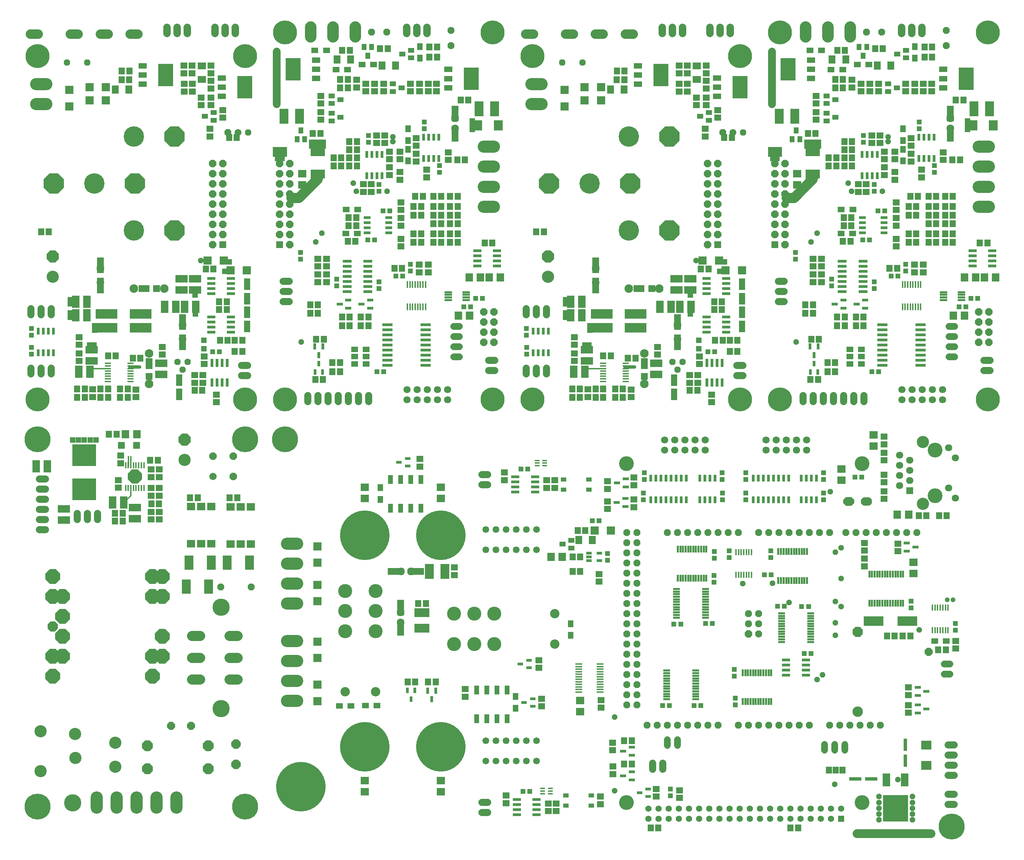
<source format=gts>
G75*
G70*
%OFA0B0*%
%FSLAX24Y24*%
%IPPOS*%
%LPD*%
%AMOC8*
5,1,8,0,0,1.08239X$1,22.5*
%
%ADD10C,0.0120*%
%ADD11C,0.0320*%
%ADD12C,0.0140*%
%ADD13C,0.1000*%
%ADD14C,0.0760*%
%ADD15C,0.0860*%
%ADD16C,0.1200*%
%ADD17R,0.2126X0.0945*%
%ADD18R,0.0756X0.1189*%
%ADD19R,0.0618X0.0618*%
%ADD20R,0.0661X0.1528*%
%ADD21OC8,0.0756*%
%ADD22C,0.0756*%
%ADD23C,0.0921*%
%ADD24R,0.0693X0.0614*%
%ADD25R,0.0630X0.0472*%
%ADD26R,0.1189X0.0756*%
%ADD27R,0.0824X0.0264*%
%ADD28OC8,0.0624*%
%ADD29R,0.0614X0.0693*%
%ADD30R,0.0843X0.0803*%
%ADD31R,0.0819X0.0661*%
%ADD32R,0.0661X0.0819*%
%ADD33R,0.0803X0.0843*%
%ADD34OC8,0.0840*%
%ADD35OC8,0.0780*%
%ADD36C,0.0712*%
%ADD37R,0.0283X0.0657*%
%ADD38C,0.2010*%
%ADD39OC8,0.2010*%
%ADD40R,0.0472X0.0512*%
%ADD41R,0.0264X0.0824*%
%ADD42R,0.0512X0.0472*%
%ADD43R,0.0567X0.0567*%
%ADD44C,0.1200*%
%ADD45OC8,0.1200*%
%ADD46C,0.0840*%
%ADD47R,0.0661X0.0661*%
%ADD48R,0.0709X0.1063*%
%ADD49R,0.1063X0.0709*%
%ADD50R,0.0840X0.0540*%
%ADD51R,0.1450X0.2200*%
%ADD52R,0.0614X0.1126*%
%ADD53C,0.0618*%
%ADD54OC8,0.0618*%
%ADD55R,0.0588X0.0168*%
%ADD56C,0.0720*%
%ADD57R,0.0712X0.0712*%
%ADD58OC8,0.0712*%
%ADD59OC8,0.0672*%
%ADD60C,0.0672*%
%ADD61C,0.0720*%
%ADD62OC8,0.0720*%
%ADD63R,0.0168X0.0588*%
%ADD64R,0.0960X0.0960*%
%ADD65OC8,0.1381*%
%ADD66R,0.2365X0.2169*%
%ADD67OC8,0.0792*%
%ADD68OC8,0.1450*%
%ADD69OC8,0.1032*%
%ADD70OC8,0.1062*%
%ADD71R,0.0756X0.0836*%
%ADD72C,0.0990*%
%ADD73R,0.0850X0.1402*%
%ADD74OC8,0.0912*%
%ADD75C,0.1702*%
%ADD76R,0.0820X0.0718*%
%ADD77R,0.0756X0.0835*%
%ADD78R,0.0718X0.0228*%
%ADD79R,0.0165X0.0657*%
%ADD80R,0.1044X0.0264*%
%ADD81C,0.0712*%
%ADD82C,0.0672*%
%ADD83C,0.1134*%
%ADD84R,0.0567X0.0685*%
%ADD85R,0.0685X0.0567*%
%ADD86R,0.0898X0.1488*%
%ADD87R,0.0913X0.0283*%
%ADD88OC8,0.0523*%
%ADD89R,0.0472X0.0630*%
%ADD90R,0.0657X0.0283*%
%ADD91R,0.1402X0.0850*%
%ADD92R,0.0644X0.0264*%
%ADD93R,0.0264X0.0644*%
%ADD94R,0.0264X0.0564*%
%ADD95R,0.0835X0.0756*%
%ADD96R,0.0850X0.1008*%
%ADD97R,0.0472X0.0866*%
%ADD98R,0.0658X0.0168*%
%ADD99R,0.0564X0.0264*%
%ADD100R,0.1008X0.0850*%
%ADD101C,0.4885*%
%ADD102C,0.1460*%
%ADD103R,0.2483X0.2641*%
%ADD104R,0.0756X0.1307*%
%ADD105R,0.1190X0.0360*%
%ADD106R,0.0288X0.0658*%
%ADD107C,0.0476*%
%ADD108R,0.0168X0.0608*%
%ADD109R,0.0204X0.0684*%
%ADD110R,0.1929X0.0945*%
%ADD111R,0.0488X0.0168*%
%ADD112R,0.1488X0.0898*%
%ADD113R,0.0684X0.0204*%
%ADD114R,0.0360X0.1190*%
%ADD115R,0.1528X0.0661*%
%ADD116C,0.1032*%
%ADD117OC8,0.0665*%
%ADD118C,0.0665*%
%ADD119R,0.0544X0.0264*%
%ADD120C,0.1381*%
%ADD121C,0.0921*%
%ADD122R,0.0570X0.0420*%
%ADD123C,0.1204*%
%ADD124R,0.0523X0.0523*%
%ADD125C,0.2365*%
%ADD126OC8,0.0523*%
%ADD127C,0.2562*%
%ADD128C,0.1700*%
D10*
X014207Y037069D02*
X014607Y037469D01*
X014607Y038219D01*
X012307Y050026D02*
X010757Y050026D01*
X059576Y050026D02*
X061126Y050026D01*
D11*
X063326Y050176D02*
X064276Y050176D01*
X015457Y050176D02*
X014507Y050176D01*
D12*
X014582Y041344D02*
X014582Y040394D01*
X014357Y040419D02*
X014357Y041344D01*
D13*
X030442Y066851D02*
X031167Y066851D01*
X033017Y068701D01*
X033017Y069051D01*
X079261Y066851D02*
X079986Y066851D01*
X081836Y068701D01*
X081836Y069051D01*
D14*
X077786Y076126D02*
X077786Y081301D01*
X028967Y081301D02*
X028967Y076126D01*
D15*
X086206Y004150D02*
X093481Y004150D01*
D16*
X030981Y017245D02*
X029981Y017245D01*
X029981Y019213D02*
X030981Y019213D01*
X030981Y021182D02*
X029981Y021182D01*
X029981Y023150D02*
X030981Y023150D01*
X030981Y026845D02*
X029981Y026845D01*
X029981Y028813D02*
X030981Y028813D01*
X030981Y030782D02*
X029981Y030782D01*
X029981Y032750D02*
X030981Y032750D01*
X019111Y007726D02*
X019111Y006726D01*
X017142Y006726D02*
X017142Y007726D01*
X015174Y007726D02*
X015174Y006726D01*
X013205Y006726D02*
X013205Y007726D01*
X011237Y007726D02*
X011237Y006726D01*
X049392Y065996D02*
X050392Y065996D01*
X050392Y067964D02*
X049392Y067964D01*
X049392Y069933D02*
X050392Y069933D01*
X050392Y071901D02*
X049392Y071901D01*
X054096Y076104D02*
X055096Y076104D01*
X055096Y078073D02*
X054096Y078073D01*
X098211Y071901D02*
X099211Y071901D01*
X099211Y069933D02*
X098211Y069933D01*
X098211Y067964D02*
X099211Y067964D01*
X099211Y065996D02*
X098211Y065996D01*
X006277Y076104D02*
X005277Y076104D01*
X005277Y078073D02*
X006277Y078073D01*
D17*
X012209Y055415D03*
X012209Y054037D03*
X015556Y054037D03*
X015556Y055415D03*
X061028Y055415D03*
X061028Y054037D03*
X064374Y054037D03*
X064374Y055415D03*
D18*
X066750Y056126D03*
X067852Y056126D03*
X068725Y056126D03*
X069827Y056126D03*
X059377Y049701D03*
X058275Y049701D03*
X057975Y055276D03*
X059077Y055276D03*
X059077Y056626D03*
X057975Y056626D03*
X021009Y056126D03*
X019906Y056126D03*
X019034Y056126D03*
X017931Y056126D03*
X010259Y056626D03*
X009156Y056626D03*
X009156Y055276D03*
X010259Y055276D03*
X010559Y049701D03*
X009456Y049701D03*
X006359Y040394D03*
X005256Y040394D03*
X012781Y036819D03*
X013884Y036819D03*
D19*
X010507Y049701D03*
X009507Y049701D03*
X017982Y056126D03*
X018982Y056126D03*
X019582Y057826D03*
X019582Y058826D03*
X058326Y049701D03*
X059326Y049701D03*
X066801Y056126D03*
X067801Y056126D03*
X068401Y057826D03*
X068401Y058826D03*
X084631Y005625D03*
D20*
X041206Y024452D03*
X041206Y026459D03*
X019682Y052603D03*
X019682Y054610D03*
X011607Y058203D03*
X011607Y060210D03*
X046567Y073178D03*
X046567Y075185D03*
X060426Y060210D03*
X060426Y058203D03*
X068501Y054610D03*
X068501Y052603D03*
X095386Y073178D03*
X095386Y075185D03*
D21*
X095386Y074701D03*
X068501Y054326D03*
X060426Y059926D03*
X046567Y074701D03*
X019682Y054326D03*
X011607Y059926D03*
X042231Y030025D03*
X041206Y025975D03*
D22*
X041206Y024975D03*
X041231Y030025D03*
X019682Y052926D03*
X011607Y058526D03*
X046567Y073701D03*
X060426Y058526D03*
X068501Y052926D03*
X095386Y073701D03*
D23*
X064132Y083000D02*
X063364Y083000D01*
X061179Y083000D02*
X060412Y083000D01*
X058227Y083000D02*
X057459Y083000D01*
X054290Y083000D02*
X053522Y083000D01*
X015313Y083000D02*
X014546Y083000D01*
X012360Y083000D02*
X011593Y083000D01*
X009408Y083000D02*
X008640Y083000D01*
X005471Y083000D02*
X004703Y083000D01*
D24*
X019832Y079900D03*
X019832Y079152D03*
X020632Y079152D03*
X020632Y079900D03*
X022507Y079900D03*
X022507Y079152D03*
X022507Y078400D03*
X022507Y077652D03*
X022507Y076750D03*
X022507Y076002D03*
X021532Y076002D03*
X021532Y076750D03*
X020657Y077352D03*
X020657Y078100D03*
X019857Y078100D03*
X019857Y077352D03*
X023657Y075525D03*
X023657Y074777D03*
X022407Y073675D03*
X022407Y072927D03*
X033342Y074577D03*
X033342Y075325D03*
X033342Y076177D03*
X033342Y076925D03*
X036867Y077752D03*
X036867Y078500D03*
X037767Y078125D03*
X037767Y077377D03*
X038642Y077377D03*
X038642Y078125D03*
X039517Y078125D03*
X039517Y077377D03*
X042167Y077377D03*
X042167Y078125D03*
X043067Y078125D03*
X043067Y077377D03*
X043917Y077377D03*
X043917Y078125D03*
X044742Y078125D03*
X044742Y077377D03*
X042717Y072750D03*
X042717Y072002D03*
X042717Y071200D03*
X042717Y070452D03*
X043760Y069646D03*
X043760Y068898D03*
X045892Y070602D03*
X045892Y071350D03*
X041118Y071429D03*
X041118Y070681D03*
X040092Y070677D03*
X040092Y071425D03*
X039636Y072271D03*
X039636Y073019D03*
X038830Y073025D03*
X038830Y072277D03*
X040092Y069875D03*
X040092Y069127D03*
X041117Y069400D03*
X041117Y068652D03*
X041242Y066420D03*
X041242Y065672D03*
X041242Y064875D03*
X041242Y064127D03*
X041242Y062825D03*
X041242Y062077D03*
X043042Y060275D03*
X043042Y059527D03*
X043917Y059527D03*
X043917Y060275D03*
X038292Y067452D03*
X038292Y068200D03*
X037523Y068200D03*
X037523Y067452D03*
X033892Y060850D03*
X033892Y060102D03*
X033892Y059300D03*
X033892Y058552D03*
X033042Y058552D03*
X033042Y059300D03*
X033042Y060102D03*
X033042Y060850D03*
X021832Y051225D03*
X021832Y050477D03*
X021682Y049375D03*
X021682Y048627D03*
X020882Y048627D03*
X020882Y049375D03*
X023032Y047450D03*
X023032Y046702D03*
X017707Y051402D03*
X017707Y052150D03*
X015107Y047950D03*
X015107Y047202D03*
X010832Y047227D03*
X010832Y047975D03*
X009507Y050777D03*
X009507Y051525D03*
X009507Y052377D03*
X009507Y053125D03*
X013582Y041443D03*
X013582Y040695D03*
X013357Y039018D03*
X013357Y038270D03*
X016607Y038243D03*
X016607Y037495D03*
X017382Y037495D03*
X017382Y038243D03*
X017382Y039320D03*
X017382Y040068D03*
X016607Y040068D03*
X016607Y039320D03*
X016607Y035893D03*
X016607Y035145D03*
X017382Y035145D03*
X017382Y035893D03*
X043081Y040351D03*
X043081Y041099D03*
X051431Y039774D03*
X051431Y039026D03*
X055606Y038999D03*
X055606Y038251D03*
X056381Y038251D03*
X056381Y038999D03*
X061606Y038899D03*
X061606Y038151D03*
X061606Y036924D03*
X061606Y036176D03*
X064206Y036351D03*
X064206Y037099D03*
X064206Y038526D03*
X064206Y039274D03*
X071851Y046702D03*
X071851Y047450D03*
X070501Y048627D03*
X070501Y049375D03*
X069701Y049375D03*
X069701Y048627D03*
X070651Y050477D03*
X070651Y051225D03*
X066526Y051402D03*
X066526Y052150D03*
X063926Y047950D03*
X063926Y047202D03*
X059651Y047227D03*
X059651Y047975D03*
X058326Y050777D03*
X058326Y051525D03*
X058326Y052377D03*
X058326Y053125D03*
X081861Y058552D03*
X081861Y059300D03*
X081861Y060102D03*
X081861Y060850D03*
X082711Y060850D03*
X082711Y060102D03*
X082711Y059300D03*
X082711Y058552D03*
X090061Y062077D03*
X090061Y062825D03*
X090061Y064127D03*
X090061Y064875D03*
X090061Y065672D03*
X090061Y066420D03*
X089936Y068652D03*
X089936Y069400D03*
X088911Y069127D03*
X088911Y069875D03*
X088911Y070677D03*
X088911Y071425D03*
X088455Y072271D03*
X088455Y073019D03*
X087649Y073025D03*
X087649Y072277D03*
X089937Y071429D03*
X089937Y070681D03*
X091536Y070452D03*
X091536Y071200D03*
X091536Y072002D03*
X091536Y072750D03*
X094711Y071350D03*
X094711Y070602D03*
X092579Y069646D03*
X092579Y068898D03*
X087111Y068200D03*
X087111Y067452D03*
X086342Y067452D03*
X086342Y068200D03*
X082161Y074577D03*
X082161Y075325D03*
X082161Y076177D03*
X082161Y076925D03*
X085686Y077752D03*
X085686Y078500D03*
X086586Y078125D03*
X086586Y077377D03*
X087461Y077377D03*
X087461Y078125D03*
X088336Y078125D03*
X088336Y077377D03*
X090986Y077377D03*
X090986Y078125D03*
X091886Y078125D03*
X091886Y077377D03*
X092736Y077377D03*
X092736Y078125D03*
X093561Y078125D03*
X093561Y077377D03*
X072476Y075525D03*
X072476Y074777D03*
X071326Y076002D03*
X071326Y076750D03*
X071326Y077652D03*
X071326Y078400D03*
X071326Y079152D03*
X071326Y079900D03*
X069451Y079900D03*
X069451Y079152D03*
X068651Y079152D03*
X068651Y079900D03*
X068676Y078100D03*
X068676Y077352D03*
X069476Y077352D03*
X069476Y078100D03*
X070351Y076750D03*
X070351Y076002D03*
X071226Y073675D03*
X071226Y072927D03*
X091861Y060275D03*
X091861Y059527D03*
X092736Y059527D03*
X092736Y060275D03*
X088856Y043299D03*
X088856Y042551D03*
X088856Y041724D03*
X088856Y040976D03*
X088856Y039549D03*
X088856Y038801D03*
X088856Y037924D03*
X088856Y037176D03*
X090231Y032749D03*
X090231Y032001D03*
X086931Y032076D03*
X086931Y032824D03*
X086931Y031274D03*
X086931Y030526D03*
X095931Y023149D03*
X095931Y022401D03*
X091256Y018574D03*
X091256Y017826D03*
X091256Y016824D03*
X091256Y016076D03*
X068706Y008424D03*
X068706Y007676D03*
X066406Y007801D03*
X066406Y008549D03*
X062131Y010026D03*
X062131Y010774D03*
X062106Y012376D03*
X062106Y013124D03*
X060956Y016578D03*
X060956Y017326D03*
X055081Y017449D03*
X055081Y016701D03*
X054831Y020501D03*
X054831Y021249D03*
X047556Y018399D03*
X047556Y017651D03*
X051581Y007899D03*
X051581Y007151D03*
X055756Y007124D03*
X055756Y006376D03*
X056531Y006376D03*
X056531Y007124D03*
X060881Y007051D03*
X060881Y007799D03*
X060756Y029001D03*
X060756Y029749D03*
X046481Y029651D03*
X046481Y030399D03*
D25*
X057173Y032700D03*
X058039Y032326D03*
X058039Y033074D03*
X071584Y074527D03*
X071584Y075275D03*
X070718Y074901D03*
X083203Y075200D03*
X083203Y074452D03*
X084069Y074826D03*
X083203Y076177D03*
X083203Y076925D03*
X084069Y076551D03*
X089253Y077352D03*
X089253Y078100D03*
X090119Y077726D03*
X091044Y080677D03*
X091044Y081425D03*
X090178Y081051D03*
X042225Y080677D03*
X042225Y081425D03*
X041359Y081051D03*
X040434Y078100D03*
X040434Y077352D03*
X041300Y077726D03*
X035250Y076551D03*
X034384Y076177D03*
X034384Y076925D03*
X034384Y075200D03*
X034384Y074452D03*
X035250Y074826D03*
X022765Y074527D03*
X022765Y075275D03*
X021899Y074901D03*
D26*
X020932Y058877D03*
X020932Y057775D03*
X019582Y057775D03*
X019582Y058877D03*
X010732Y051877D03*
X010732Y050775D03*
X017582Y050552D03*
X017582Y049450D03*
X015007Y036320D03*
X015007Y035218D03*
X007982Y035093D03*
X007982Y036195D03*
X059551Y050775D03*
X059551Y051877D03*
X066401Y050552D03*
X066401Y049450D03*
X068401Y057775D03*
X068401Y058877D03*
X069751Y058877D03*
X069751Y057775D03*
D27*
X071356Y057901D03*
X071356Y057401D03*
X071356Y058401D03*
X071356Y058901D03*
X073296Y058901D03*
X073296Y058401D03*
X073296Y057901D03*
X073296Y057401D03*
X073296Y055101D03*
X073296Y054601D03*
X073296Y054101D03*
X073296Y053601D03*
X071356Y053601D03*
X071356Y054101D03*
X071356Y054601D03*
X071356Y055101D03*
X054451Y039350D03*
X054451Y038850D03*
X054451Y038350D03*
X054451Y037850D03*
X052511Y037850D03*
X052511Y038350D03*
X052511Y038850D03*
X052511Y039350D03*
X050712Y060151D03*
X050712Y060651D03*
X050712Y061151D03*
X050712Y061651D03*
X048772Y061651D03*
X048772Y061151D03*
X048772Y060651D03*
X048772Y060151D03*
X024477Y058901D03*
X024477Y058401D03*
X024477Y057901D03*
X024477Y057401D03*
X022537Y057401D03*
X022537Y057901D03*
X022537Y058401D03*
X022537Y058901D03*
X022537Y055101D03*
X022537Y054601D03*
X022537Y054101D03*
X022537Y053601D03*
X024477Y053601D03*
X024477Y054101D03*
X024477Y054601D03*
X024477Y055101D03*
X079211Y021275D03*
X079211Y020775D03*
X079211Y020275D03*
X079211Y019775D03*
X081151Y019775D03*
X081151Y020275D03*
X081151Y020775D03*
X081151Y021275D03*
X054601Y007500D03*
X054601Y007000D03*
X054601Y006500D03*
X054601Y006000D03*
X052661Y006000D03*
X052661Y006500D03*
X052661Y007000D03*
X052661Y007500D03*
X097591Y060151D03*
X097591Y060651D03*
X097591Y061151D03*
X097591Y061651D03*
X099531Y061651D03*
X099531Y061151D03*
X099531Y060651D03*
X099531Y060151D03*
D28*
X074976Y073326D03*
X059126Y080226D03*
X057126Y080226D03*
X026157Y073326D03*
X010307Y080226D03*
X008307Y080226D03*
X019182Y050676D03*
X019682Y049926D03*
X020182Y050676D03*
X068001Y050676D03*
X068501Y049926D03*
X069001Y050676D03*
D29*
X069702Y047876D03*
X070450Y047876D03*
X073652Y051726D03*
X074400Y051726D03*
X074400Y052826D03*
X073652Y052826D03*
X072950Y052826D03*
X072202Y052826D03*
X072127Y055851D03*
X072875Y055851D03*
X072875Y056626D03*
X072127Y056626D03*
X071550Y059851D03*
X070802Y059851D03*
X081112Y056326D03*
X081860Y056326D03*
X081860Y055476D03*
X081112Y055476D03*
X081687Y052901D03*
X082435Y052901D03*
X084237Y054251D03*
X084985Y054251D03*
X084985Y055101D03*
X084237Y055101D03*
X086087Y055101D03*
X086835Y055101D03*
X086835Y054251D03*
X086087Y054251D03*
X084035Y050601D03*
X083287Y050601D03*
X083287Y049726D03*
X084035Y049726D03*
X082360Y048951D03*
X081612Y048951D03*
X089412Y059926D03*
X090160Y059926D03*
X091287Y062476D03*
X092035Y062476D03*
X092035Y063326D03*
X091287Y063326D03*
X091287Y065151D03*
X092035Y065151D03*
X092035Y066001D03*
X091287Y066001D03*
X091462Y067001D03*
X092210Y067001D03*
X093262Y067001D03*
X094010Y067001D03*
X094887Y067001D03*
X095635Y067001D03*
X095635Y066001D03*
X094887Y066001D03*
X094887Y065151D03*
X095635Y065151D03*
X095635Y064306D03*
X094887Y064306D03*
X094010Y064306D03*
X093262Y064306D03*
X093262Y065151D03*
X094010Y065151D03*
X094010Y066002D03*
X093262Y066002D03*
X093262Y063326D03*
X094010Y063326D03*
X094010Y062476D03*
X093262Y062476D03*
X094887Y062476D03*
X095635Y062476D03*
X095635Y063326D03*
X094887Y063326D03*
X098312Y062401D03*
X099060Y062401D03*
X096360Y070601D03*
X095612Y070601D03*
X095937Y076501D03*
X096685Y076501D03*
X093610Y080751D03*
X092862Y080751D03*
X092862Y081751D03*
X093610Y081751D03*
X088735Y081576D03*
X087987Y081576D03*
X085010Y081426D03*
X084262Y081426D03*
X084062Y078551D03*
X084810Y078551D03*
X084810Y077726D03*
X084062Y077726D03*
X082110Y073201D03*
X081362Y073201D03*
X083412Y070826D03*
X084160Y070826D03*
X084962Y070826D03*
X085710Y070826D03*
X085710Y071626D03*
X084962Y071626D03*
X084962Y072426D03*
X085710Y072426D03*
X085710Y070001D03*
X084962Y070001D03*
X084160Y070001D03*
X083412Y070001D03*
X084887Y064901D03*
X085635Y064901D03*
X085635Y064126D03*
X084887Y064126D03*
X084812Y062576D03*
X085560Y062576D03*
X073850Y072826D03*
X073102Y072826D03*
X063250Y078501D03*
X062502Y078501D03*
X062527Y079376D03*
X063275Y079376D03*
X047866Y076501D03*
X047118Y076501D03*
X044791Y080751D03*
X044043Y080751D03*
X044043Y081751D03*
X044791Y081751D03*
X039916Y081576D03*
X039168Y081576D03*
X036191Y081426D03*
X035443Y081426D03*
X035243Y078551D03*
X035991Y078551D03*
X035991Y077726D03*
X035243Y077726D03*
X033291Y073201D03*
X032543Y073201D03*
X034593Y070826D03*
X035341Y070826D03*
X036143Y070826D03*
X036891Y070826D03*
X036891Y071626D03*
X036143Y071626D03*
X036143Y072426D03*
X036891Y072426D03*
X036891Y070001D03*
X036143Y070001D03*
X035341Y070001D03*
X034593Y070001D03*
X036068Y064901D03*
X036816Y064901D03*
X036816Y064126D03*
X036068Y064126D03*
X035993Y062576D03*
X036741Y062576D03*
X040593Y059926D03*
X041341Y059926D03*
X042468Y062476D03*
X043216Y062476D03*
X043216Y063326D03*
X042468Y063326D03*
X042468Y065151D03*
X043216Y065151D03*
X043216Y066001D03*
X042468Y066001D03*
X042643Y067001D03*
X043391Y067001D03*
X044443Y067001D03*
X045191Y067001D03*
X046068Y067001D03*
X046816Y067001D03*
X046816Y066001D03*
X046068Y066001D03*
X046068Y065151D03*
X046816Y065151D03*
X046816Y064306D03*
X046068Y064306D03*
X045191Y064306D03*
X044443Y064306D03*
X044443Y065151D03*
X045191Y065151D03*
X045191Y066002D03*
X044443Y066002D03*
X044443Y063326D03*
X045191Y063326D03*
X045191Y062476D03*
X044443Y062476D03*
X046068Y062476D03*
X046816Y062476D03*
X046816Y063326D03*
X046068Y063326D03*
X049493Y062401D03*
X050241Y062401D03*
X054577Y063526D03*
X055325Y063526D03*
X047541Y070601D03*
X046793Y070601D03*
X033041Y056326D03*
X032293Y056326D03*
X032293Y055476D03*
X033041Y055476D03*
X035418Y055101D03*
X036166Y055101D03*
X036166Y054251D03*
X035418Y054251D03*
X037268Y054251D03*
X038016Y054251D03*
X038016Y055101D03*
X037268Y055101D03*
X033616Y052901D03*
X032868Y052901D03*
X034468Y050601D03*
X035216Y050601D03*
X035216Y049726D03*
X034468Y049726D03*
X033541Y048951D03*
X032793Y048951D03*
X025581Y051726D03*
X024833Y051726D03*
X024833Y052826D03*
X024131Y052826D03*
X023383Y052826D03*
X025581Y052826D03*
X024056Y055851D03*
X023308Y055851D03*
X023308Y056626D03*
X024056Y056626D03*
X022731Y059851D03*
X021983Y059851D03*
X015531Y051051D03*
X014783Y051051D03*
X013106Y051276D03*
X012358Y051276D03*
X012356Y048001D03*
X011608Y048001D03*
X011608Y047176D03*
X012356Y047176D03*
X013533Y047176D03*
X014281Y047176D03*
X014281Y048001D03*
X013533Y048001D03*
X010056Y048001D03*
X009308Y048001D03*
X009308Y047176D03*
X010056Y047176D03*
X012433Y043544D03*
X013181Y043544D03*
X016508Y040969D03*
X017256Y040969D03*
X017371Y036694D03*
X016623Y036694D03*
X013781Y035744D03*
X013033Y035744D03*
X013033Y034969D03*
X013781Y034969D03*
X020433Y037294D03*
X021181Y037294D03*
X024333Y037294D03*
X025081Y037294D03*
X021631Y047876D03*
X020883Y047876D03*
X006506Y063526D03*
X005758Y063526D03*
X013683Y078501D03*
X014431Y078501D03*
X014456Y079376D03*
X013708Y079376D03*
X024283Y072826D03*
X025031Y072826D03*
X058127Y048001D03*
X058875Y048001D03*
X058875Y047176D03*
X058127Y047176D03*
X060427Y047176D03*
X061175Y047176D03*
X061175Y048001D03*
X060427Y048001D03*
X062352Y048001D03*
X063100Y048001D03*
X063100Y047176D03*
X062352Y047176D03*
X063602Y051051D03*
X064350Y051051D03*
X061925Y051276D03*
X061177Y051276D03*
X059405Y034050D03*
X058657Y034050D03*
X058905Y031450D03*
X058157Y031450D03*
X058157Y030000D03*
X058905Y030000D03*
X044655Y019110D03*
X043907Y019110D03*
X042630Y019125D03*
X041882Y019125D03*
X042932Y026850D03*
X043680Y026850D03*
X063232Y013325D03*
X063980Y013325D03*
X063980Y011000D03*
X063232Y011000D03*
X065857Y004725D03*
X066605Y004725D03*
X079632Y004700D03*
X080380Y004700D03*
X083436Y010400D03*
X084106Y010400D03*
X084775Y010400D03*
X094207Y022275D03*
X094955Y022275D03*
X091455Y023650D03*
X090707Y023650D03*
X089905Y023650D03*
X089157Y023650D03*
X092282Y035525D03*
X093030Y035525D03*
X094282Y035525D03*
X095030Y035525D03*
D30*
X074858Y059701D03*
X073244Y059701D03*
X072583Y060676D03*
X070969Y060676D03*
X060958Y076476D03*
X060958Y077776D03*
X059344Y077776D03*
X059344Y076476D03*
X026039Y059701D03*
X024425Y059701D03*
X023764Y060676D03*
X022150Y060676D03*
X012139Y076476D03*
X012139Y077776D03*
X010525Y077776D03*
X010525Y076476D03*
X060323Y034050D03*
X061938Y034050D03*
D31*
X070401Y078532D03*
X070401Y079870D03*
X021582Y079870D03*
X021582Y078532D03*
D32*
X014402Y077551D03*
X013063Y077551D03*
X034923Y080526D03*
X036261Y080526D03*
X039373Y079926D03*
X040711Y079926D03*
X061882Y077551D03*
X063221Y077551D03*
X083741Y080526D03*
X085080Y080526D03*
X088191Y079926D03*
X089530Y079926D03*
X060100Y033100D03*
X058761Y033100D03*
D33*
X032981Y032482D03*
X032981Y030868D03*
X032981Y028682D03*
X032981Y027068D03*
X032981Y023082D03*
X032981Y021468D03*
X032981Y018832D03*
X032981Y017218D03*
X057351Y075894D03*
X057351Y077508D03*
X008532Y077508D03*
X008532Y075894D03*
D34*
X015032Y068276D03*
X063851Y068276D03*
X085256Y036925D03*
X085506Y036925D03*
D35*
X093256Y022075D03*
X063851Y068276D03*
X015032Y068276D03*
D36*
X029595Y058651D02*
X030189Y058651D01*
X030189Y057651D02*
X029595Y057651D01*
X029595Y056651D02*
X030189Y056651D01*
X026104Y050351D02*
X025510Y050351D01*
X025510Y049351D02*
X026104Y049351D01*
X032042Y047373D02*
X032042Y046779D01*
X033042Y046779D02*
X033042Y047373D01*
X034042Y047373D02*
X034042Y046779D01*
X035042Y046779D02*
X035042Y047373D01*
X036042Y047373D02*
X036042Y046779D01*
X037042Y046779D02*
X037042Y047373D01*
X038042Y047373D02*
X038042Y046779D01*
X049870Y049851D02*
X050464Y049851D01*
X050464Y050851D02*
X049870Y050851D01*
X053551Y050098D02*
X053551Y049504D01*
X054551Y049504D02*
X054551Y050098D01*
X055551Y050098D02*
X055551Y049504D01*
X055551Y055354D02*
X055551Y055948D01*
X054551Y055948D02*
X054551Y055354D01*
X053551Y055354D02*
X053551Y055948D01*
X049777Y039575D02*
X049184Y039575D01*
X049184Y038575D02*
X049777Y038575D01*
X074329Y049351D02*
X074923Y049351D01*
X074923Y050351D02*
X074329Y050351D01*
X080861Y047373D02*
X080861Y046779D01*
X081861Y046779D02*
X081861Y047373D01*
X082861Y047373D02*
X082861Y046779D01*
X083861Y046779D02*
X083861Y047373D01*
X084861Y047373D02*
X084861Y046779D01*
X085861Y046779D02*
X085861Y047373D01*
X086861Y047373D02*
X086861Y046779D01*
X098689Y049851D02*
X099283Y049851D01*
X099283Y050851D02*
X098689Y050851D01*
X079008Y056651D02*
X078414Y056651D01*
X078414Y057651D02*
X079008Y057651D01*
X079008Y058651D02*
X078414Y058651D01*
X095158Y012925D02*
X095752Y012925D01*
X095752Y011925D02*
X095158Y011925D01*
X095158Y010925D02*
X095752Y010925D01*
X095752Y009925D02*
X095158Y009925D01*
X095159Y008050D02*
X095752Y008050D01*
X095752Y007050D02*
X095159Y007050D01*
X067031Y010528D02*
X067031Y011122D01*
X066031Y011122D02*
X066031Y010528D01*
X049777Y007250D02*
X049184Y007250D01*
X049184Y006250D02*
X049777Y006250D01*
X011307Y035147D02*
X011307Y035741D01*
X010307Y035741D02*
X010307Y035147D01*
X009307Y035147D02*
X009307Y035741D01*
X006154Y036144D02*
X005560Y036144D01*
X005560Y037144D02*
X006154Y037144D01*
X006154Y038144D02*
X005560Y038144D01*
X005560Y039144D02*
X006154Y039144D01*
X006154Y035144D02*
X005560Y035144D01*
X005560Y034144D02*
X006154Y034144D01*
X005732Y049504D02*
X005732Y050098D01*
X004732Y050098D02*
X004732Y049504D01*
X006732Y049504D02*
X006732Y050098D01*
X006732Y055354D02*
X006732Y055948D01*
X005732Y055948D02*
X005732Y055354D01*
X004732Y055354D02*
X004732Y055948D01*
D37*
X005459Y053714D03*
X005959Y053714D03*
X006459Y053714D03*
X006959Y053714D03*
X006959Y051588D03*
X006459Y051588D03*
X005959Y051588D03*
X005459Y051588D03*
X037869Y069038D03*
X038369Y069038D03*
X038869Y069038D03*
X039369Y069038D03*
X039369Y071164D03*
X038869Y071164D03*
X038369Y071164D03*
X037869Y071164D03*
X043469Y070738D03*
X043969Y070738D03*
X044469Y070738D03*
X044969Y070738D03*
X044969Y072864D03*
X044469Y072864D03*
X043969Y072864D03*
X043469Y072864D03*
X054278Y053714D03*
X054778Y053714D03*
X055278Y053714D03*
X055778Y053714D03*
X055778Y051588D03*
X055278Y051588D03*
X054778Y051588D03*
X054278Y051588D03*
X070704Y039213D03*
X071204Y039213D03*
X071704Y039213D03*
X072204Y039213D03*
X072204Y037087D03*
X071704Y037087D03*
X071204Y037087D03*
X070704Y037087D03*
X080704Y037087D03*
X081204Y037087D03*
X081704Y037087D03*
X082204Y037087D03*
X082204Y039213D03*
X081704Y039213D03*
X081204Y039213D03*
X080704Y039213D03*
X086688Y069038D03*
X087188Y069038D03*
X087688Y069038D03*
X088188Y069038D03*
X088188Y071164D03*
X087688Y071164D03*
X087188Y071164D03*
X086688Y071164D03*
X092288Y070738D03*
X092788Y070738D03*
X093288Y070738D03*
X093788Y070738D03*
X093788Y072864D03*
X093288Y072864D03*
X092788Y072864D03*
X092288Y072864D03*
D38*
X063701Y072901D03*
X059826Y068276D03*
X063701Y063651D03*
X014882Y063651D03*
X011007Y068276D03*
X014882Y072901D03*
D39*
X018882Y072901D03*
X015007Y068276D03*
X018882Y063651D03*
X007007Y068276D03*
X055826Y068276D03*
X063826Y068276D03*
X067701Y072901D03*
X067701Y063651D03*
D40*
X053601Y053986D03*
X053601Y053317D03*
X053626Y052111D03*
X053626Y051442D03*
X042167Y059642D03*
X042167Y060311D03*
X039067Y058586D03*
X039067Y057917D03*
X034892Y058167D03*
X034892Y058836D03*
X039067Y067517D03*
X039067Y068186D03*
X038017Y072342D03*
X038017Y073011D03*
X043517Y073667D03*
X043517Y074336D03*
X045017Y070061D03*
X045017Y069392D03*
X065231Y039760D03*
X065231Y039091D03*
X065131Y037760D03*
X065131Y037091D03*
X060765Y035000D03*
X060096Y035000D03*
X061581Y031785D03*
X061581Y031116D03*
X072131Y031311D03*
X072131Y031980D03*
X073581Y032035D03*
X073581Y031366D03*
X072106Y029615D03*
X072106Y028946D03*
X077681Y031366D03*
X077681Y032035D03*
X075231Y037091D03*
X075231Y037760D03*
X075231Y039091D03*
X075231Y039760D03*
X072906Y039760D03*
X072906Y039091D03*
X072931Y037760D03*
X072931Y037091D03*
X082906Y037091D03*
X082906Y037760D03*
X082906Y039091D03*
X082906Y039760D03*
X085996Y039300D03*
X086665Y039300D03*
X091531Y027085D03*
X091531Y026416D03*
X095906Y024885D03*
X095906Y024216D03*
X074106Y020360D03*
X074106Y019691D03*
X074181Y017510D03*
X074181Y016841D03*
X067806Y008535D03*
X067806Y007866D03*
X083711Y058167D03*
X083711Y058836D03*
X087886Y058586D03*
X087886Y057917D03*
X090986Y059642D03*
X090986Y060311D03*
X087886Y067517D03*
X087886Y068186D03*
X086836Y072342D03*
X086836Y073011D03*
X092336Y073667D03*
X092336Y074336D03*
X093836Y070061D03*
X093836Y069392D03*
X004782Y053986D03*
X004782Y053317D03*
X004807Y052111D03*
X004807Y051442D03*
D41*
X022582Y050596D03*
X023082Y050596D03*
X023582Y050596D03*
X024082Y050596D03*
X024082Y048656D03*
X023582Y048656D03*
X023082Y048656D03*
X022582Y048656D03*
X071401Y048656D03*
X071901Y048656D03*
X072401Y048656D03*
X072901Y048656D03*
X072901Y050596D03*
X072401Y050596D03*
X071901Y050596D03*
X071401Y050596D03*
D42*
X071492Y051676D03*
X072161Y051676D03*
X080136Y060817D03*
X080136Y061486D03*
X086776Y062726D03*
X087445Y062726D03*
X088276Y065576D03*
X088945Y065576D03*
X089551Y059151D03*
X090220Y059151D03*
X096251Y056126D03*
X096920Y056126D03*
X097426Y056951D03*
X098095Y056951D03*
X088345Y049701D03*
X087676Y049701D03*
X077740Y029675D03*
X077071Y029675D03*
X078371Y026575D03*
X079040Y026575D03*
X080746Y026550D03*
X081415Y026550D03*
X081665Y021925D03*
X080996Y021925D03*
X071940Y024875D03*
X071271Y024875D03*
X068815Y024825D03*
X068146Y024825D03*
X067690Y016775D03*
X067021Y016775D03*
X070121Y016775D03*
X070790Y016775D03*
X053940Y008300D03*
X053271Y008300D03*
X053071Y040125D03*
X053740Y040125D03*
X039526Y049701D03*
X038857Y049701D03*
X047432Y056126D03*
X048101Y056126D03*
X048607Y056951D03*
X049276Y056951D03*
X041401Y059151D03*
X040732Y059151D03*
X038626Y062726D03*
X037957Y062726D03*
X039457Y065576D03*
X040126Y065576D03*
X031317Y061486D03*
X031317Y060817D03*
X023342Y051676D03*
X022673Y051676D03*
D43*
X021782Y051988D03*
X021782Y052815D03*
X070601Y052815D03*
X070601Y051988D03*
D44*
X055724Y059082D03*
X019898Y041018D03*
X006905Y059082D03*
X005692Y014244D03*
X009111Y013989D03*
X009117Y011609D03*
X005692Y010307D03*
X013054Y010743D03*
X013048Y013122D03*
D45*
X019898Y043018D03*
X006905Y061082D03*
X055724Y061082D03*
D46*
X063701Y057901D03*
X066701Y057901D03*
X065226Y051501D03*
X065226Y048501D03*
X087006Y036925D03*
X087256Y036925D03*
X017882Y057901D03*
X014882Y057901D03*
X016407Y051501D03*
X016407Y048501D03*
D47*
X016407Y049253D03*
X015155Y042444D03*
X013659Y042444D03*
X017130Y057901D03*
X065226Y049253D03*
X065949Y057901D03*
D48*
X065226Y050501D03*
X016407Y050501D03*
D49*
X015882Y057901D03*
X064701Y057901D03*
D50*
X072391Y076866D03*
X072391Y077776D03*
X072391Y078686D03*
X064591Y078976D03*
X064591Y078066D03*
X064591Y079886D03*
X081671Y079551D03*
X081671Y078641D03*
X081671Y080461D03*
X094701Y079536D03*
X094701Y078626D03*
X094701Y077716D03*
X045882Y077716D03*
X045882Y078626D03*
X045882Y079536D03*
X032852Y079551D03*
X032852Y078641D03*
X032852Y080461D03*
X023572Y078686D03*
X023572Y077776D03*
X023572Y076866D03*
X015772Y078066D03*
X015772Y078976D03*
X015772Y079886D03*
D51*
X018042Y078976D03*
X025842Y077776D03*
X030582Y079551D03*
X048152Y078626D03*
X066861Y078976D03*
X074661Y077776D03*
X079401Y079551D03*
X096971Y078626D03*
D52*
X074876Y058335D03*
X074876Y056918D03*
X074876Y055585D03*
X074876Y054168D03*
X068176Y048885D03*
X068176Y047468D03*
X026057Y054168D03*
X026057Y055585D03*
X026057Y056918D03*
X026057Y058335D03*
X019357Y048885D03*
X019357Y047468D03*
D53*
X019357Y047676D03*
X026057Y054376D03*
X026057Y057126D03*
X068176Y047676D03*
X074876Y054376D03*
X074876Y057126D03*
X074631Y006625D03*
X075631Y006625D03*
X076631Y006625D03*
X077631Y006625D03*
X078631Y006625D03*
X079631Y006625D03*
X080631Y006625D03*
X081631Y006625D03*
X082631Y006625D03*
X083631Y006625D03*
X084631Y006625D03*
X083631Y005625D03*
X082631Y005625D03*
X081631Y005625D03*
X080631Y005625D03*
X079631Y005625D03*
X078631Y005625D03*
X077631Y005625D03*
X076631Y005625D03*
X075631Y005625D03*
X074631Y005625D03*
X073631Y005625D03*
X073631Y006625D03*
X072631Y006625D03*
X072631Y005625D03*
X071631Y005625D03*
X071631Y006625D03*
X070631Y006625D03*
X070631Y005625D03*
X069631Y005625D03*
X069631Y006625D03*
X068631Y006625D03*
X068631Y005625D03*
X067631Y005625D03*
X067631Y006625D03*
X066631Y006625D03*
X066631Y005625D03*
X065631Y005625D03*
X065631Y006625D03*
D54*
X068176Y048676D03*
X074876Y055376D03*
X074876Y058126D03*
X026057Y058126D03*
X026057Y055376D03*
X019357Y048676D03*
D55*
X014577Y048751D03*
X014577Y049011D03*
X014577Y049271D03*
X014577Y049521D03*
X014577Y049781D03*
X014577Y050031D03*
X014577Y050291D03*
X014577Y050551D03*
X012337Y050551D03*
X012337Y050291D03*
X012337Y050031D03*
X012337Y049781D03*
X012337Y049521D03*
X012337Y049271D03*
X012337Y049011D03*
X012337Y048751D03*
X061156Y048751D03*
X061156Y049011D03*
X061156Y049271D03*
X061156Y049521D03*
X061156Y049781D03*
X061156Y050031D03*
X061156Y050291D03*
X061156Y050551D03*
X063396Y050551D03*
X063396Y050291D03*
X063396Y050031D03*
X063396Y049781D03*
X063396Y049521D03*
X063396Y049271D03*
X063396Y049011D03*
X063396Y048751D03*
D56*
X066981Y083078D02*
X066981Y083678D01*
X067981Y083678D02*
X067981Y083078D01*
X068981Y083078D02*
X068981Y083678D01*
X071705Y083678D02*
X071705Y083078D01*
X072705Y083078D02*
X072705Y083678D01*
X073705Y083678D02*
X073705Y083078D01*
X090603Y083078D02*
X090603Y083678D01*
X091603Y083678D02*
X091603Y083078D01*
X092603Y083078D02*
X092603Y083678D01*
X043784Y083678D02*
X043784Y083078D01*
X042784Y083078D02*
X042784Y083678D01*
X041784Y083678D02*
X041784Y083078D01*
X024886Y083078D02*
X024886Y083678D01*
X023886Y083678D02*
X023886Y083078D01*
X022886Y083078D02*
X022886Y083678D01*
X020162Y083678D02*
X020162Y083078D01*
X019162Y083078D02*
X019162Y083678D01*
X018162Y083678D02*
X018162Y083078D01*
D57*
X023657Y062251D03*
X029267Y062251D03*
X072476Y062251D03*
X078086Y062251D03*
X091406Y037975D03*
D58*
X098211Y052626D03*
X099211Y052626D03*
X099211Y053626D03*
X099211Y054626D03*
X099211Y055626D03*
X098211Y055626D03*
X098211Y054626D03*
X098211Y053626D03*
X079086Y062251D03*
X079086Y063251D03*
X079086Y064251D03*
X079086Y065251D03*
X079086Y066251D03*
X078086Y066251D03*
X078086Y065251D03*
X078086Y064251D03*
X078086Y063251D03*
X078086Y067251D03*
X079086Y067251D03*
X079086Y068251D03*
X079086Y069251D03*
X079086Y070251D03*
X078086Y070251D03*
X078086Y069251D03*
X078086Y068251D03*
X072476Y068251D03*
X071476Y068251D03*
X071476Y067251D03*
X072476Y067251D03*
X072476Y066251D03*
X071476Y066251D03*
X071476Y065251D03*
X071476Y064251D03*
X071476Y063251D03*
X071476Y062251D03*
X072476Y063251D03*
X072476Y064251D03*
X072476Y065251D03*
X072476Y069251D03*
X071476Y069251D03*
X071476Y070251D03*
X072476Y070251D03*
X050392Y055626D03*
X050392Y054626D03*
X050392Y053626D03*
X049392Y053626D03*
X049392Y054626D03*
X049392Y055626D03*
X049392Y052626D03*
X050392Y052626D03*
X030267Y062251D03*
X030267Y063251D03*
X030267Y064251D03*
X030267Y065251D03*
X030267Y066251D03*
X029267Y066251D03*
X029267Y065251D03*
X029267Y064251D03*
X029267Y063251D03*
X029267Y067251D03*
X030267Y067251D03*
X030267Y068251D03*
X030267Y069251D03*
X030267Y070251D03*
X029267Y070251D03*
X029267Y069251D03*
X029267Y068251D03*
X023657Y068251D03*
X022657Y068251D03*
X022657Y067251D03*
X023657Y067251D03*
X023657Y066251D03*
X022657Y066251D03*
X022657Y065251D03*
X022657Y064251D03*
X022657Y063251D03*
X022657Y062251D03*
X023657Y063251D03*
X023657Y064251D03*
X023657Y065251D03*
X023657Y069251D03*
X022657Y069251D03*
X022657Y070251D03*
X023657Y070251D03*
D59*
X024157Y073326D03*
X038317Y083226D03*
X039817Y083226D03*
X046167Y083376D03*
X046167Y081876D03*
X072976Y073326D03*
X087136Y083226D03*
X088636Y083226D03*
X094986Y083376D03*
X094986Y081876D03*
X026457Y028469D03*
X023457Y028469D03*
D60*
X025157Y073326D03*
X073976Y073326D03*
D61*
X022683Y039369D03*
D62*
X024683Y039369D03*
X024683Y041369D03*
X022683Y041369D03*
X075481Y023850D03*
D63*
X015882Y038249D03*
X015622Y038249D03*
X015362Y038249D03*
X015112Y038249D03*
X014852Y038249D03*
X014602Y038249D03*
X014342Y038249D03*
X014082Y038249D03*
X014082Y040489D03*
X014342Y040489D03*
X014602Y040489D03*
X014852Y040489D03*
X015112Y040489D03*
X015362Y040489D03*
X015622Y040489D03*
X015882Y040489D03*
D64*
X014982Y039369D03*
D65*
X014982Y039369D03*
D66*
X010007Y038120D03*
X010007Y041467D03*
D67*
X018573Y014794D03*
X020542Y014794D03*
D68*
X016729Y019672D03*
X016729Y021641D03*
X017713Y021641D03*
X017713Y023609D03*
X017713Y027546D03*
X016729Y027546D03*
X016729Y029515D03*
X017713Y029515D03*
X007870Y027546D03*
X006886Y027546D03*
X006886Y029515D03*
X007870Y025578D03*
X007870Y023609D03*
X007870Y021641D03*
X006886Y021641D03*
X006886Y019672D03*
D69*
X006886Y024594D03*
X086256Y024065D03*
D70*
X022243Y012814D03*
X022243Y010558D03*
X016243Y010558D03*
X016243Y012814D03*
D71*
X015192Y043544D03*
X014073Y043544D03*
X056021Y031450D03*
X057140Y031450D03*
D72*
X025145Y023644D02*
X024320Y023644D01*
X024320Y021494D02*
X025145Y021494D01*
X025145Y019344D02*
X024320Y019344D01*
X021445Y019344D02*
X020620Y019344D01*
X020620Y021494D02*
X021445Y021494D01*
X021445Y023644D02*
X020620Y023644D01*
D73*
X020055Y028519D03*
X022260Y028519D03*
X022535Y030869D03*
X024105Y030869D03*
X026310Y030869D03*
X020330Y030869D03*
D74*
X024957Y012969D03*
X024957Y010969D03*
D75*
X023507Y016494D03*
X023507Y026494D03*
D76*
X024432Y032715D03*
X025432Y032715D03*
X026432Y032715D03*
X026432Y036372D03*
X025432Y036372D03*
X024432Y036372D03*
X022532Y036422D03*
X021532Y036422D03*
X020532Y036422D03*
X020532Y032765D03*
X021532Y032765D03*
X022532Y032765D03*
D77*
X046891Y055251D03*
X047993Y055251D03*
X047966Y059001D03*
X049068Y059001D03*
X049941Y059001D03*
X051043Y059001D03*
X090179Y035600D03*
X091282Y035600D03*
X095710Y055251D03*
X096812Y055251D03*
X096785Y059001D03*
X097887Y059001D03*
X098760Y059001D03*
X099862Y059001D03*
D78*
X096491Y057556D03*
X096491Y057306D03*
X096491Y057046D03*
X096491Y056796D03*
X094731Y056796D03*
X094731Y057046D03*
X094731Y057306D03*
X094731Y057556D03*
X047672Y057556D03*
X047672Y057306D03*
X047672Y057046D03*
X047672Y056796D03*
X045912Y056796D03*
X045912Y057046D03*
X045912Y057306D03*
X045912Y057556D03*
D79*
X043653Y058329D03*
X043397Y058329D03*
X043141Y058329D03*
X042885Y058329D03*
X042629Y058329D03*
X042373Y058329D03*
X042117Y058329D03*
X041861Y058329D03*
X041861Y056124D03*
X042117Y056124D03*
X042373Y056124D03*
X042629Y056124D03*
X042885Y056124D03*
X043141Y056124D03*
X043397Y056124D03*
X043653Y056124D03*
X090680Y056124D03*
X090936Y056124D03*
X091192Y056124D03*
X091448Y056124D03*
X091704Y056124D03*
X091960Y056124D03*
X092216Y056124D03*
X092472Y056124D03*
X092472Y058329D03*
X092216Y058329D03*
X091960Y058329D03*
X091704Y058329D03*
X091448Y058329D03*
X091192Y058329D03*
X090936Y058329D03*
X090680Y058329D03*
D80*
X092466Y054351D03*
X092466Y053851D03*
X092466Y053351D03*
X092466Y052851D03*
X092466Y052351D03*
X092466Y051851D03*
X092466Y051351D03*
X092466Y050851D03*
X092466Y050351D03*
X088706Y050351D03*
X088706Y050851D03*
X088706Y051351D03*
X088706Y051851D03*
X088706Y052351D03*
X088706Y052851D03*
X088706Y053351D03*
X088706Y053851D03*
X088706Y054351D03*
X043647Y054351D03*
X043647Y053851D03*
X043647Y053351D03*
X043647Y052851D03*
X043647Y052351D03*
X043647Y051851D03*
X043647Y051351D03*
X043647Y050851D03*
X043647Y050351D03*
X039887Y050351D03*
X039887Y050851D03*
X039887Y051351D03*
X039887Y051851D03*
X039887Y052351D03*
X039887Y052851D03*
X039887Y053351D03*
X039887Y053851D03*
X039887Y054351D03*
D81*
X041817Y047951D03*
X042817Y047951D03*
X043817Y047951D03*
X044817Y047951D03*
X045817Y047951D03*
X045817Y046951D03*
X044817Y046951D03*
X043817Y046951D03*
X042817Y046951D03*
X041817Y046951D03*
X067231Y042975D03*
X068231Y042975D03*
X069231Y042975D03*
X070231Y042975D03*
X071231Y042975D03*
X071231Y041975D03*
X070231Y041975D03*
X069231Y041975D03*
X068231Y041975D03*
X067231Y041975D03*
X077231Y041975D03*
X078231Y041975D03*
X079231Y041975D03*
X080231Y041975D03*
X081231Y041975D03*
X081231Y042975D03*
X080231Y042975D03*
X079231Y042975D03*
X078231Y042975D03*
X077231Y042975D03*
X090406Y041475D03*
X090406Y040475D03*
X090406Y039475D03*
X090406Y038475D03*
X091406Y038975D03*
X091406Y039975D03*
X091406Y040975D03*
X095236Y042215D03*
X095906Y041215D03*
X095236Y038235D03*
X095906Y037235D03*
X094636Y046951D03*
X094636Y047951D03*
X093636Y047951D03*
X093636Y046951D03*
X092636Y046951D03*
X092636Y047951D03*
X091636Y047951D03*
X091636Y046951D03*
X090636Y046951D03*
X090636Y047951D03*
D82*
X095256Y051176D02*
X095816Y051176D01*
X095816Y052176D02*
X095256Y052176D01*
X095256Y053176D02*
X095816Y053176D01*
X095816Y054176D02*
X095256Y054176D01*
X095361Y020875D02*
X094801Y020875D01*
X094801Y019875D02*
X095361Y019875D01*
X084981Y012955D02*
X084981Y012395D01*
X083981Y012395D02*
X083981Y012955D01*
X082981Y012955D02*
X082981Y012395D01*
X068481Y012845D02*
X068481Y013405D01*
X067481Y013405D02*
X067481Y012845D01*
X046997Y051176D02*
X046437Y051176D01*
X046437Y052176D02*
X046997Y052176D01*
X046997Y053176D02*
X046437Y053176D01*
X046437Y054176D02*
X046997Y054176D01*
D83*
X036716Y082755D02*
X036716Y083700D01*
X034516Y083700D02*
X034516Y082755D01*
X032316Y082755D02*
X032316Y083700D01*
X081135Y083700D02*
X081135Y082755D01*
X083335Y082755D02*
X083335Y083700D01*
X085535Y083700D02*
X085535Y082755D01*
D84*
X091911Y081797D03*
X091911Y080655D03*
X090736Y073672D03*
X090736Y072530D03*
X090736Y071647D03*
X090736Y070505D03*
X043092Y080655D03*
X043092Y081797D03*
X041917Y073672D03*
X041917Y072530D03*
X041917Y071647D03*
X041917Y070505D03*
X039192Y038270D03*
X039192Y037128D03*
X057956Y024846D03*
X057956Y023704D03*
X052531Y017671D03*
X052531Y016529D03*
D85*
X038876Y016775D03*
X037735Y016775D03*
X036301Y016750D03*
X035160Y016750D03*
X036671Y050476D03*
X036671Y051201D03*
X036671Y051926D03*
X037813Y051926D03*
X037813Y051201D03*
X037813Y050476D03*
X036938Y063351D03*
X035796Y063351D03*
X035821Y065726D03*
X036963Y065726D03*
X035963Y079501D03*
X034821Y079501D03*
X033888Y081426D03*
X032746Y081426D03*
X037396Y080026D03*
X038538Y080026D03*
X081565Y081426D03*
X082707Y081426D03*
X083640Y079501D03*
X084782Y079501D03*
X086215Y080026D03*
X087357Y080026D03*
X085782Y065726D03*
X084640Y065726D03*
X084615Y063351D03*
X085757Y063351D03*
X085490Y051926D03*
X085490Y051201D03*
X085490Y050476D03*
X086632Y050476D03*
X086632Y051201D03*
X086632Y051926D03*
X093860Y023150D03*
X095001Y023150D03*
D86*
X045573Y030025D03*
X044038Y030025D03*
X031235Y074901D03*
X029699Y074901D03*
X048924Y075651D03*
X050460Y075651D03*
X078518Y074901D03*
X080053Y074901D03*
X097743Y075651D03*
X099278Y075651D03*
D87*
X086784Y060626D03*
X086784Y060126D03*
X086784Y059626D03*
X086784Y059126D03*
X086784Y058626D03*
X086784Y058126D03*
X086784Y057626D03*
X084737Y057626D03*
X084737Y058126D03*
X084737Y058626D03*
X084737Y059126D03*
X084737Y059626D03*
X084737Y060126D03*
X084737Y060626D03*
X037965Y060626D03*
X037965Y060126D03*
X037965Y059626D03*
X037965Y059126D03*
X037965Y058626D03*
X037965Y058126D03*
X037965Y057626D03*
X035918Y057626D03*
X035918Y058126D03*
X035918Y058626D03*
X035918Y059126D03*
X035918Y059626D03*
X035918Y060126D03*
X035918Y060626D03*
D88*
X029267Y068251D03*
X029267Y068251D03*
X078086Y068251D03*
X078086Y068251D03*
D89*
X079812Y072643D03*
X080560Y072643D03*
X080186Y073509D03*
X086786Y080868D03*
X087160Y081734D03*
X086412Y081734D03*
X038341Y081734D03*
X037593Y081734D03*
X037967Y080868D03*
X031367Y073509D03*
X031741Y072643D03*
X030993Y072643D03*
D90*
X037904Y064899D03*
X037904Y064399D03*
X037904Y063899D03*
X037904Y063399D03*
X040030Y063399D03*
X040030Y063899D03*
X040030Y064399D03*
X040030Y064899D03*
X086723Y064899D03*
X086723Y064399D03*
X086723Y063899D03*
X086723Y063399D03*
X088849Y063399D03*
X088849Y063899D03*
X088849Y064399D03*
X088849Y064899D03*
D91*
X081836Y069224D03*
X081836Y071429D03*
X033017Y071429D03*
X033017Y069224D03*
D92*
X036042Y056776D03*
X036042Y055976D03*
X035192Y056376D03*
X037342Y056376D03*
X038192Y055976D03*
X038192Y056776D03*
X062531Y038750D03*
X063381Y038350D03*
X063381Y039150D03*
X063356Y037225D03*
X063356Y036425D03*
X062506Y036825D03*
X084861Y055976D03*
X084861Y056776D03*
X084011Y056376D03*
X086161Y056376D03*
X087011Y055976D03*
X087011Y056776D03*
X091106Y032800D03*
X091106Y032000D03*
X091956Y032400D03*
X092181Y018575D03*
X092181Y017775D03*
X092181Y016850D03*
X092181Y016050D03*
X093031Y016450D03*
X093031Y018175D03*
X063981Y012675D03*
X063981Y011875D03*
X063131Y012275D03*
X063981Y010250D03*
X063981Y009450D03*
X063131Y009850D03*
D93*
X044656Y018250D03*
X043856Y018250D03*
X044256Y017400D03*
X033142Y051351D03*
X033542Y052201D03*
X032742Y052201D03*
X081561Y052201D03*
X082361Y052201D03*
X081961Y051351D03*
D94*
X081961Y050531D03*
X082331Y049671D03*
X081591Y049671D03*
X042601Y018280D03*
X041861Y018280D03*
X042231Y017420D03*
X033512Y049671D03*
X032772Y049671D03*
X033142Y050531D03*
D95*
X037656Y038326D03*
X037656Y037224D03*
X045177Y037224D03*
X045177Y038326D03*
X058881Y017275D03*
X058881Y016173D03*
X045156Y009378D03*
X045156Y008275D03*
X037656Y008274D03*
X037656Y009376D03*
X084656Y038999D03*
X084656Y040101D03*
X087831Y042374D03*
X087831Y043476D03*
X091756Y030901D03*
X091756Y029799D03*
X080311Y068150D03*
X080311Y069252D03*
X031492Y069252D03*
X031492Y068150D03*
D96*
X048813Y074026D03*
X050821Y074026D03*
X097632Y074026D03*
X099640Y074026D03*
D97*
X043181Y039093D03*
X042181Y039093D03*
X041181Y039093D03*
X040181Y039093D03*
X040181Y036258D03*
X041181Y036258D03*
X042181Y036258D03*
X043181Y036258D03*
X048681Y018318D03*
X049681Y018318D03*
X050681Y018318D03*
X051681Y018318D03*
X051681Y015483D03*
X050681Y015483D03*
X049681Y015483D03*
X048681Y015483D03*
D98*
X058755Y018120D03*
X058755Y018380D03*
X058755Y018620D03*
X058755Y018880D03*
X058755Y019120D03*
X058755Y019380D03*
X058755Y019620D03*
X058755Y019880D03*
X058755Y020120D03*
X058755Y020380D03*
X058755Y020620D03*
X058755Y020880D03*
X060855Y020880D03*
X060855Y020620D03*
X060855Y020380D03*
X060855Y020120D03*
X060855Y019880D03*
X060855Y019620D03*
X060855Y019380D03*
X060855Y019120D03*
X060855Y018880D03*
X060855Y018620D03*
X060855Y018380D03*
X060855Y018120D03*
D99*
X054236Y017445D03*
X054236Y016705D03*
X053376Y017075D03*
X053861Y020505D03*
X053861Y021245D03*
X053001Y020875D03*
X065611Y008545D03*
X065611Y007805D03*
X064751Y008175D03*
X041886Y040405D03*
X041886Y041145D03*
X041026Y040775D03*
D100*
X093031Y012879D03*
X093031Y010871D03*
D101*
X045166Y012724D03*
X037666Y012724D03*
X031366Y008787D03*
X037666Y033590D03*
X045166Y033590D03*
D102*
X063465Y040665D03*
X086694Y040665D03*
X093906Y041975D03*
X093906Y037475D03*
X086694Y007200D03*
X063465Y007200D03*
D103*
X090006Y006638D03*
D104*
X090903Y009465D03*
X089108Y009465D03*
D105*
X087586Y009550D03*
X086026Y009550D03*
D106*
X079456Y037090D03*
X078956Y037090D03*
X078456Y037090D03*
X077956Y037090D03*
X077456Y037090D03*
X076956Y037090D03*
X076456Y037090D03*
X075956Y037090D03*
X075956Y039210D03*
X076456Y039210D03*
X076956Y039210D03*
X077456Y039210D03*
X077956Y039210D03*
X078456Y039210D03*
X078956Y039210D03*
X079456Y039210D03*
X069356Y039210D03*
X068856Y039210D03*
X068356Y039210D03*
X067856Y039210D03*
X067356Y039210D03*
X066856Y039210D03*
X066356Y039210D03*
X065856Y039210D03*
X065856Y037090D03*
X066356Y037090D03*
X066856Y037090D03*
X067356Y037090D03*
X067856Y037090D03*
X068356Y037090D03*
X068856Y037090D03*
X069356Y037090D03*
D107*
X095105Y027225D03*
X095656Y027225D03*
D108*
X095176Y026435D03*
X094916Y026435D03*
X094666Y026435D03*
X094406Y026435D03*
X094146Y026435D03*
X093896Y026435D03*
X093636Y026435D03*
X093636Y024215D03*
X093896Y024215D03*
X094146Y024215D03*
X094406Y024215D03*
X094666Y024215D03*
X094916Y024215D03*
X095176Y024215D03*
X075801Y029690D03*
X075541Y029690D03*
X075291Y029690D03*
X075031Y029690D03*
X074771Y029690D03*
X074521Y029690D03*
X074261Y029690D03*
X074261Y031910D03*
X074521Y031910D03*
X074771Y031910D03*
X075031Y031910D03*
X075291Y031910D03*
X075541Y031910D03*
X075801Y031910D03*
D109*
X078446Y031980D03*
X078706Y031980D03*
X078956Y031980D03*
X079216Y031980D03*
X079476Y031980D03*
X079726Y031980D03*
X079986Y031980D03*
X080236Y031980D03*
X080496Y031980D03*
X080756Y031980D03*
X081006Y031980D03*
X081266Y031980D03*
X081266Y029120D03*
X081006Y029120D03*
X080756Y029120D03*
X080496Y029120D03*
X080236Y029120D03*
X079986Y029120D03*
X079726Y029120D03*
X079476Y029120D03*
X079216Y029120D03*
X078956Y029120D03*
X078706Y029120D03*
X078446Y029120D03*
X071341Y029345D03*
X071081Y029345D03*
X070831Y029345D03*
X070571Y029345D03*
X070311Y029345D03*
X070061Y029345D03*
X069801Y029345D03*
X069551Y029345D03*
X069291Y029345D03*
X069031Y029345D03*
X068781Y029345D03*
X068521Y029345D03*
X068521Y032205D03*
X068781Y032205D03*
X069031Y032205D03*
X069291Y032205D03*
X069551Y032205D03*
X069801Y032205D03*
X070061Y032205D03*
X070311Y032205D03*
X070571Y032205D03*
X070831Y032205D03*
X071081Y032205D03*
X071341Y032205D03*
X074921Y020030D03*
X075181Y020030D03*
X075431Y020030D03*
X075691Y020030D03*
X075951Y020030D03*
X076201Y020030D03*
X076461Y020030D03*
X076711Y020030D03*
X076971Y020030D03*
X077231Y020030D03*
X077481Y020030D03*
X077741Y020030D03*
X077741Y017170D03*
X077481Y017170D03*
X077231Y017170D03*
X076971Y017170D03*
X076711Y017170D03*
X076461Y017170D03*
X076201Y017170D03*
X075951Y017170D03*
X075691Y017170D03*
X075431Y017170D03*
X075181Y017170D03*
X074921Y017170D03*
X087421Y026895D03*
X087671Y026895D03*
X087931Y026895D03*
X088181Y026895D03*
X088441Y026895D03*
X088701Y026895D03*
X088951Y026895D03*
X089211Y026895D03*
X089461Y026895D03*
X089721Y026895D03*
X089981Y026895D03*
X090231Y026895D03*
X090491Y026895D03*
X090741Y026895D03*
X090741Y029755D03*
X090491Y029755D03*
X090231Y029755D03*
X089981Y029755D03*
X089721Y029755D03*
X089461Y029755D03*
X089211Y029755D03*
X088951Y029755D03*
X088701Y029755D03*
X088441Y029755D03*
X088181Y029755D03*
X087931Y029755D03*
X087671Y029755D03*
X087421Y029755D03*
D110*
X087832Y025125D03*
X091179Y025125D03*
D111*
X055951Y008610D03*
X055951Y008350D03*
X055951Y008090D03*
X055211Y008090D03*
X055211Y008350D03*
X055211Y008610D03*
X055401Y040440D03*
X055401Y040700D03*
X055401Y040960D03*
X054661Y040960D03*
X054661Y040700D03*
X054661Y040440D03*
D112*
X043306Y025943D03*
X043306Y024407D03*
D113*
X067426Y020235D03*
X067426Y019975D03*
X067426Y019725D03*
X067426Y019465D03*
X067426Y019205D03*
X067426Y018955D03*
X067426Y018695D03*
X067426Y018445D03*
X067426Y018185D03*
X067426Y017925D03*
X067426Y017675D03*
X067426Y017415D03*
X070286Y017415D03*
X070286Y017675D03*
X070286Y017925D03*
X070286Y018185D03*
X070286Y018445D03*
X070286Y018695D03*
X070286Y018955D03*
X070286Y019205D03*
X070286Y019465D03*
X070286Y019725D03*
X070286Y019975D03*
X070286Y020235D03*
X071261Y025465D03*
X071261Y025725D03*
X071261Y025975D03*
X071261Y026235D03*
X071261Y026495D03*
X071261Y026745D03*
X071261Y027005D03*
X071261Y027255D03*
X071261Y027515D03*
X071261Y027775D03*
X071261Y028025D03*
X071261Y028285D03*
X068401Y028285D03*
X068401Y028025D03*
X068401Y027775D03*
X068401Y027515D03*
X068401Y027255D03*
X068401Y027005D03*
X068401Y026745D03*
X068401Y026495D03*
X068401Y026235D03*
X068401Y025975D03*
X068401Y025725D03*
X068401Y025465D03*
X078776Y025375D03*
X078776Y025625D03*
X078776Y025885D03*
X078776Y025115D03*
X078776Y024855D03*
X078776Y024605D03*
X078776Y024345D03*
X078776Y024095D03*
X078776Y023835D03*
X078776Y023575D03*
X078776Y023325D03*
X078776Y023065D03*
X081636Y023065D03*
X081636Y023325D03*
X081636Y023575D03*
X081636Y023835D03*
X081636Y024095D03*
X081636Y024345D03*
X081636Y024605D03*
X081636Y024855D03*
X081636Y025115D03*
X081636Y025375D03*
X081636Y025625D03*
X081636Y025885D03*
D114*
X090956Y012905D03*
X090956Y011345D03*
D115*
X042715Y030025D03*
X040707Y030025D03*
D116*
X086256Y016195D03*
D117*
X086481Y014850D03*
X087481Y014850D03*
X088481Y014850D03*
X085481Y014850D03*
X084481Y014850D03*
X083481Y014850D03*
X081481Y014850D03*
X080481Y014850D03*
X079481Y014850D03*
X078481Y014850D03*
X077481Y014850D03*
X076481Y014850D03*
X075481Y014850D03*
X074481Y014850D03*
X072481Y014850D03*
X071481Y014850D03*
X070481Y014850D03*
X069481Y014850D03*
X068481Y014850D03*
X067481Y014850D03*
X066481Y014850D03*
X065481Y014850D03*
X064481Y016850D03*
X063481Y016850D03*
X063481Y017850D03*
X064481Y017850D03*
X064481Y018850D03*
X064481Y019850D03*
X064481Y020850D03*
X064481Y021850D03*
X064481Y022850D03*
X063481Y022850D03*
X063481Y021850D03*
X063481Y020850D03*
X063481Y019850D03*
X063481Y018850D03*
X063481Y023850D03*
X064481Y023850D03*
X064481Y024850D03*
X064481Y025850D03*
X064481Y026850D03*
X064481Y027850D03*
X064481Y028850D03*
X063481Y028850D03*
X063481Y027850D03*
X063481Y026850D03*
X063481Y025850D03*
X063481Y024850D03*
X063481Y029850D03*
X064481Y029850D03*
X064481Y030850D03*
X064481Y031850D03*
X064481Y032850D03*
X064481Y033850D03*
X063481Y033850D03*
X063481Y032850D03*
X063481Y031850D03*
X063481Y030850D03*
X067481Y033850D03*
X068481Y033850D03*
X069481Y033850D03*
X070481Y033850D03*
X071481Y033850D03*
X072481Y033850D03*
X073481Y033850D03*
X074481Y033850D03*
X076481Y033850D03*
X077481Y033850D03*
X078481Y033850D03*
X079481Y033850D03*
X080481Y033850D03*
X081481Y033850D03*
X082481Y033850D03*
X083481Y033850D03*
X085081Y033850D03*
X086081Y033850D03*
X087081Y033850D03*
X088081Y033850D03*
X089081Y033850D03*
X090081Y033850D03*
X091081Y033850D03*
X092081Y033850D03*
X076481Y025850D03*
X076481Y024850D03*
X076481Y023850D03*
X075481Y024850D03*
X075481Y025850D03*
D118*
X054581Y032150D03*
X053581Y032150D03*
X052581Y032150D03*
X051581Y032150D03*
X050581Y032150D03*
X049581Y032150D03*
X049581Y034150D03*
X050581Y034150D03*
X051581Y034150D03*
X052581Y034150D03*
X053581Y034150D03*
X054581Y034150D03*
X054581Y013300D03*
X053581Y013300D03*
X052581Y013300D03*
X051581Y013300D03*
X050581Y013300D03*
X049581Y013300D03*
X049581Y011300D03*
X050581Y011300D03*
X051581Y011300D03*
X052581Y011300D03*
X053581Y011300D03*
X054581Y011300D03*
D119*
X059771Y031080D03*
X059771Y031450D03*
X059771Y031820D03*
X060791Y031820D03*
X060791Y031080D03*
D120*
X050438Y025838D03*
X048454Y025838D03*
X046470Y025838D03*
X046470Y022862D03*
X048454Y022862D03*
X050438Y022862D03*
X038719Y024117D03*
X038719Y026102D03*
X038719Y028086D03*
X035742Y028086D03*
X035742Y026102D03*
X035742Y024117D03*
D121*
X035742Y018165D03*
X038719Y018165D03*
X056391Y022862D03*
X056391Y025838D03*
D122*
X057256Y038075D03*
X057256Y039075D03*
X059756Y039075D03*
X059756Y038075D03*
X059981Y007925D03*
X059981Y006925D03*
X057481Y006925D03*
X057481Y007925D03*
D123*
X092705Y036674D03*
X092705Y042776D03*
D124*
X072676Y059601D03*
X073126Y060551D03*
X069751Y057276D03*
X069776Y055401D03*
X059851Y054251D03*
X059851Y053826D03*
X059776Y052351D03*
X059351Y052351D03*
X057451Y055076D03*
X057451Y055501D03*
X057451Y056401D03*
X057451Y056826D03*
X077886Y070751D03*
X078311Y070751D03*
X078111Y071176D03*
X078536Y071176D03*
X078536Y071601D03*
X078111Y071601D03*
X077686Y071601D03*
X077686Y071176D03*
X081261Y071976D03*
X081636Y071976D03*
X082011Y071976D03*
X082386Y071976D03*
X082386Y072351D03*
X082011Y072351D03*
X081636Y072351D03*
X081261Y072351D03*
X097086Y073601D03*
X097086Y074026D03*
X097086Y074451D03*
X048267Y074451D03*
X048267Y074026D03*
X048267Y073601D03*
X033567Y072351D03*
X033567Y071976D03*
X033192Y071976D03*
X033192Y072351D03*
X032817Y072351D03*
X032817Y071976D03*
X032442Y071976D03*
X032442Y072351D03*
X029717Y071601D03*
X029717Y071176D03*
X029292Y071176D03*
X029292Y071601D03*
X028867Y071601D03*
X028867Y071176D03*
X029067Y070751D03*
X029492Y070751D03*
X024307Y060551D03*
X023857Y059601D03*
X020932Y057276D03*
X020957Y055401D03*
X011032Y054251D03*
X011032Y053826D03*
X010957Y052351D03*
X010532Y052351D03*
X008632Y055076D03*
X008632Y055501D03*
X008632Y056401D03*
X008632Y056826D03*
X008857Y042969D03*
X009432Y042969D03*
X010007Y042969D03*
X010582Y042969D03*
X011157Y042969D03*
D125*
X005382Y046976D03*
X025855Y046976D03*
X029792Y046976D03*
X050264Y046976D03*
X054201Y046976D03*
X074673Y046976D03*
X078610Y046976D03*
X099083Y046976D03*
X074673Y080834D03*
X078610Y083196D03*
X099083Y083196D03*
X054201Y080834D03*
X050264Y083196D03*
X029792Y083196D03*
X025855Y080834D03*
X005382Y080834D03*
D126*
X021507Y060676D03*
X031392Y052651D03*
X032842Y062526D03*
X033442Y063376D03*
X036842Y067526D03*
X036517Y068326D03*
X039867Y067526D03*
X040442Y072401D03*
X040442Y072876D03*
X070326Y060676D03*
X080211Y052651D03*
X081661Y062526D03*
X082261Y063376D03*
X085661Y067526D03*
X085336Y068326D03*
X088686Y067526D03*
X089261Y072401D03*
X089261Y072876D03*
X083556Y037875D03*
X084631Y032350D03*
X084056Y031925D03*
X084631Y029325D03*
X084056Y027050D03*
X084631Y026550D03*
X084056Y024950D03*
X084056Y023700D03*
X082806Y019800D03*
X082256Y019350D03*
X079506Y026950D03*
X077856Y028850D03*
X074931Y028800D03*
X062306Y015650D03*
X062306Y008375D03*
X084006Y009000D03*
X088356Y007800D03*
X088356Y007225D03*
X088356Y006650D03*
X088356Y006075D03*
X088356Y005500D03*
X091656Y005500D03*
X091656Y006075D03*
X091656Y006650D03*
X091656Y007225D03*
X091656Y007800D03*
X090231Y009475D03*
X092331Y024250D03*
D127*
X005382Y006819D03*
X025855Y006819D03*
X025855Y043039D03*
X029792Y043039D03*
X005382Y043039D03*
X095540Y004850D03*
D128*
X008857Y007194D03*
M02*

</source>
